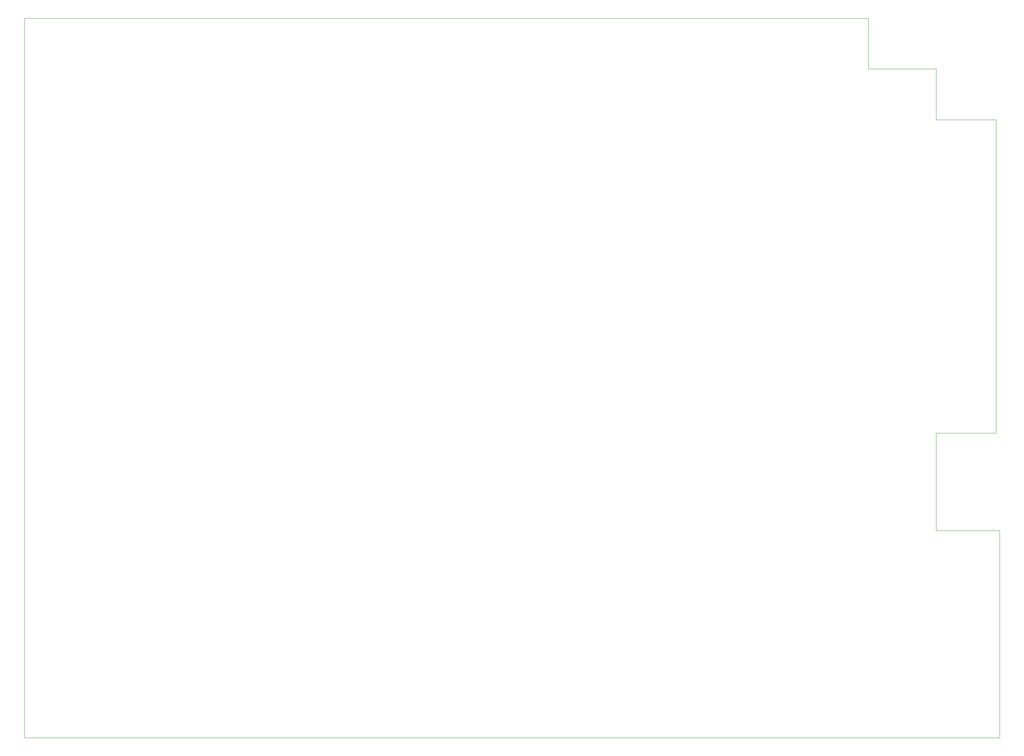
<source format=gbr>
%TF.GenerationSoftware,KiCad,Pcbnew,6.0.8-f2edbf62ab~116~ubuntu20.04.1*%
%TF.CreationDate,2022-10-23T21:23:01-04:00*%
%TF.ProjectId,coco2,636f636f-322e-46b6-9963-61645f706362,1.0.0*%
%TF.SameCoordinates,Original*%
%TF.FileFunction,Profile,NP*%
%FSLAX46Y46*%
G04 Gerber Fmt 4.6, Leading zero omitted, Abs format (unit mm)*
G04 Created by KiCad (PCBNEW 6.0.8-f2edbf62ab~116~ubuntu20.04.1) date 2022-10-23 21:23:01*
%MOMM*%
%LPD*%
G01*
G04 APERTURE LIST*
%TA.AperFunction,Profile*%
%ADD10C,0.050000*%
%TD*%
G04 APERTURE END LIST*
D10*
X304316400Y-62799000D02*
X318476400Y-62799000D01*
X319316400Y-159799000D02*
X319316400Y-208799000D01*
X288316400Y-50799000D02*
X304316400Y-50799000D01*
X318476400Y-62799000D02*
X318476400Y-136799000D01*
X89316400Y-38799000D02*
X288316400Y-38799000D01*
X304316400Y-136799000D02*
X304316400Y-159799000D01*
X304316400Y-159799000D02*
X319316400Y-159799000D01*
X288316400Y-38799000D02*
X288316400Y-50799000D01*
X304316400Y-50799000D02*
X304316400Y-62799000D01*
X89316400Y-208799000D02*
X89316400Y-38799000D01*
X318476400Y-136799000D02*
X304316400Y-136799000D01*
X319316400Y-208799000D02*
X89316400Y-208799000D01*
M02*

</source>
